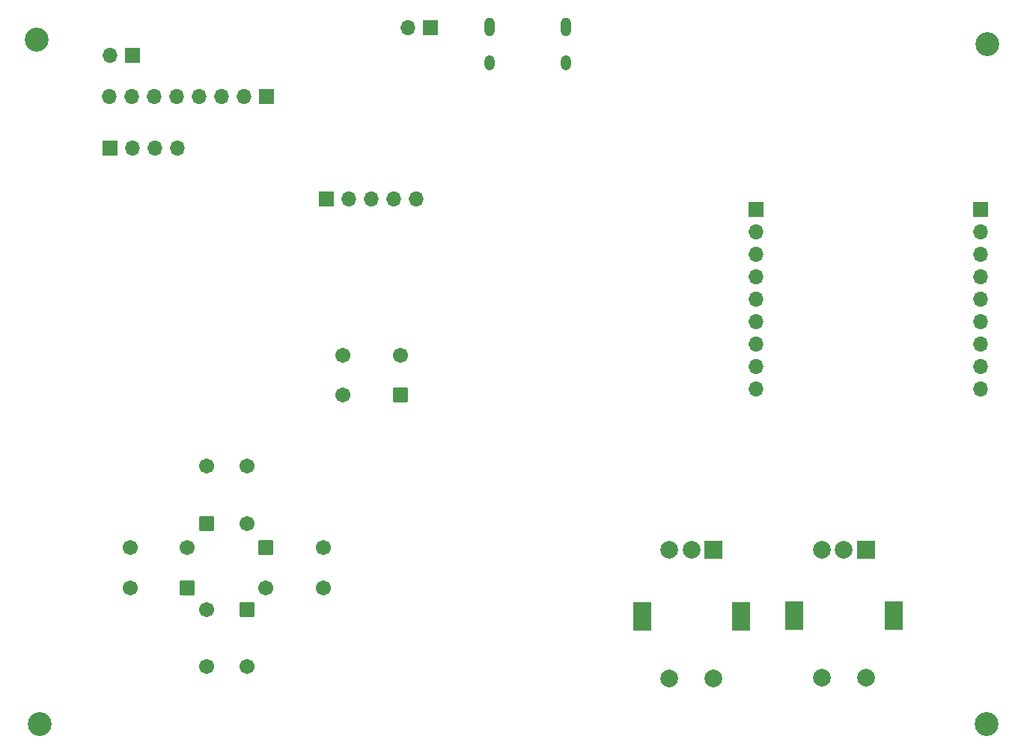
<source format=gbr>
%TF.GenerationSoftware,KiCad,Pcbnew,8.0.6*%
%TF.CreationDate,2025-01-09T21:18:53+11:00*%
%TF.ProjectId,drone_remote,64726f6e-655f-4726-956d-6f74652e6b69,rev?*%
%TF.SameCoordinates,Original*%
%TF.FileFunction,Soldermask,Bot*%
%TF.FilePolarity,Negative*%
%FSLAX46Y46*%
G04 Gerber Fmt 4.6, Leading zero omitted, Abs format (unit mm)*
G04 Created by KiCad (PCBNEW 8.0.6) date 2025-01-09 21:18:53*
%MOMM*%
%LPD*%
G01*
G04 APERTURE LIST*
G04 Aperture macros list*
%AMRoundRect*
0 Rectangle with rounded corners*
0 $1 Rounding radius*
0 $2 $3 $4 $5 $6 $7 $8 $9 X,Y pos of 4 corners*
0 Add a 4 corners polygon primitive as box body*
4,1,4,$2,$3,$4,$5,$6,$7,$8,$9,$2,$3,0*
0 Add four circle primitives for the rounded corners*
1,1,$1+$1,$2,$3*
1,1,$1+$1,$4,$5*
1,1,$1+$1,$6,$7*
1,1,$1+$1,$8,$9*
0 Add four rect primitives between the rounded corners*
20,1,$1+$1,$2,$3,$4,$5,0*
20,1,$1+$1,$4,$5,$6,$7,0*
20,1,$1+$1,$6,$7,$8,$9,0*
20,1,$1+$1,$8,$9,$2,$3,0*%
G04 Aperture macros list end*
%ADD10RoundRect,0.102000X0.749000X-0.749000X0.749000X0.749000X-0.749000X0.749000X-0.749000X-0.749000X0*%
%ADD11C,1.702000*%
%ADD12R,1.700000X1.700000*%
%ADD13O,1.700000X1.700000*%
%ADD14RoundRect,0.102000X-0.749000X-0.749000X0.749000X-0.749000X0.749000X0.749000X-0.749000X0.749000X0*%
%ADD15RoundRect,0.102000X-0.749000X0.749000X-0.749000X-0.749000X0.749000X-0.749000X0.749000X0.749000X0*%
%ADD16RoundRect,0.102000X0.749000X0.749000X-0.749000X0.749000X-0.749000X-0.749000X0.749000X-0.749000X0*%
%ADD17C,2.700000*%
%ADD18R,2.000000X2.000000*%
%ADD19C,2.000000*%
%ADD20R,2.000000X3.200000*%
%ADD21O,1.204000X2.104000*%
%ADD22O,1.204000X1.704000*%
G04 APERTURE END LIST*
D10*
%TO.C,SW3*%
X55800000Y-91300000D03*
D11*
X55800000Y-84800000D03*
X60300000Y-91300000D03*
X60300000Y-84800000D03*
%TD*%
D12*
%TO.C,J6*%
X44800000Y-48800000D03*
D13*
X47340000Y-48800000D03*
X49880000Y-48800000D03*
X52420000Y-48800000D03*
%TD*%
D12*
%TO.C,J8*%
X143300000Y-55720000D03*
D13*
X143300000Y-58260000D03*
X143300000Y-60800000D03*
X143300000Y-63340000D03*
X143300000Y-65880000D03*
X143300000Y-68420000D03*
X143300000Y-70960000D03*
X143300000Y-73500000D03*
X143300000Y-76040000D03*
%TD*%
D14*
%TO.C,SW2*%
X62435000Y-94050000D03*
D11*
X68935000Y-94050000D03*
X62435000Y-98550000D03*
X68935000Y-98550000D03*
%TD*%
D12*
%TO.C,J4*%
X81075000Y-35200000D03*
D13*
X78535000Y-35200000D03*
%TD*%
D15*
%TO.C,SW5*%
X60300000Y-101000000D03*
D11*
X60300000Y-107500000D03*
X55800000Y-101000000D03*
X55800000Y-107500000D03*
%TD*%
D16*
%TO.C,SW4*%
X53600000Y-98550000D03*
D11*
X47100000Y-98550000D03*
X53600000Y-94050000D03*
X47100000Y-94050000D03*
%TD*%
D17*
%TO.C,H1*%
X36500000Y-36500000D03*
%TD*%
D12*
%TO.C,J5*%
X62550000Y-42975000D03*
D13*
X60010000Y-42975000D03*
X57470000Y-42975000D03*
X54930000Y-42975000D03*
X52390000Y-42975000D03*
X49850000Y-42975000D03*
X47310000Y-42975000D03*
X44770000Y-42975000D03*
%TD*%
D12*
%TO.C,J7*%
X117900000Y-55720000D03*
D13*
X117900000Y-58260000D03*
X117900000Y-60800000D03*
X117900000Y-63340000D03*
X117900000Y-65880000D03*
X117900000Y-68420000D03*
X117900000Y-70960000D03*
X117900000Y-73500000D03*
X117900000Y-76040000D03*
%TD*%
D16*
%TO.C,SW1*%
X77665000Y-76750000D03*
D11*
X71165000Y-76750000D03*
X77665000Y-72250000D03*
X71165000Y-72250000D03*
%TD*%
D17*
%TO.C,H2*%
X36900000Y-114000000D03*
%TD*%
%TO.C,H4*%
X144000000Y-114000000D03*
%TD*%
%TO.C,H3*%
X144100000Y-37000000D03*
%TD*%
D12*
%TO.C,JP2*%
X47370000Y-38270000D03*
D13*
X44830000Y-38270000D03*
%TD*%
D18*
%TO.C,SW6*%
X130350000Y-94250000D03*
D19*
X125350000Y-94250000D03*
X127850000Y-94250000D03*
D20*
X133450000Y-101750000D03*
X122250000Y-101750000D03*
D19*
X125350000Y-108750000D03*
X130350000Y-108750000D03*
%TD*%
D18*
%TO.C,SW7*%
X113100000Y-94300000D03*
D19*
X108100000Y-94300000D03*
X110600000Y-94300000D03*
D20*
X116200000Y-101800000D03*
X105000000Y-101800000D03*
D19*
X108100000Y-108800000D03*
X113100000Y-108800000D03*
%TD*%
D21*
%TO.C,J3*%
X96370000Y-35125000D03*
X87730000Y-35125000D03*
D22*
X96370000Y-39125000D03*
X87730000Y-39125000D03*
%TD*%
D12*
%TO.C,J1*%
X69320000Y-54600000D03*
D13*
X71860000Y-54600000D03*
X74400000Y-54600000D03*
X76940000Y-54600000D03*
X79480000Y-54600000D03*
%TD*%
M02*

</source>
